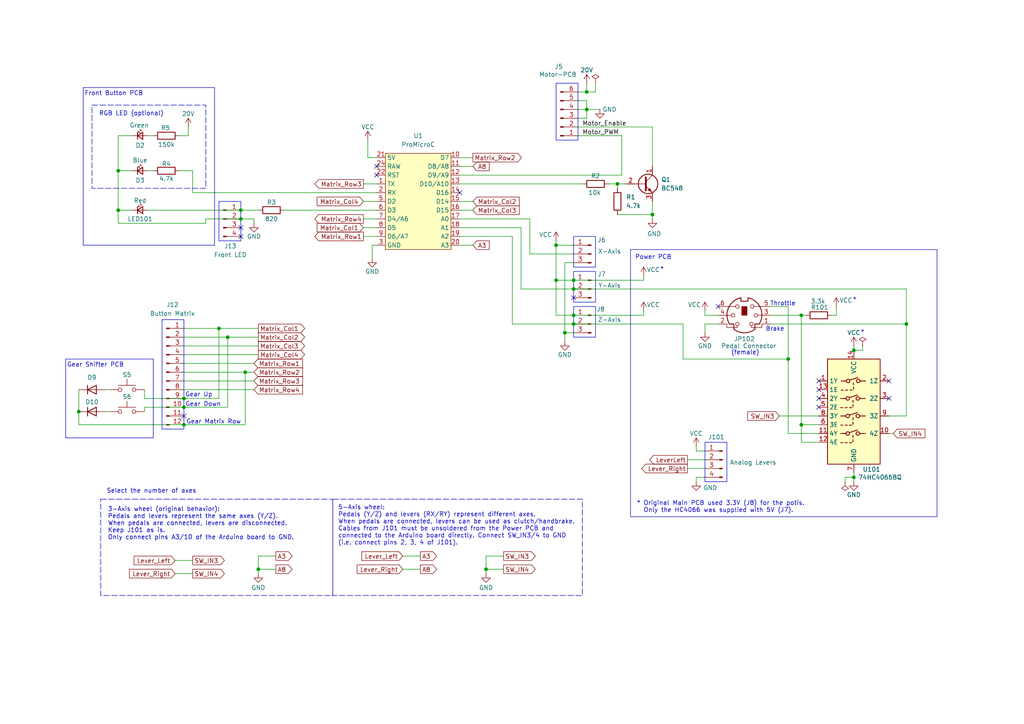
<source format=kicad_sch>
(kicad_sch (version 20250114) (generator "eeschema") (generator_version "9.0")
  (paper "A4")
  (title_block (title "Arduino FFB Racing Wheel") (date "2026-01-08") (company "Tobias Gunkel"))
  (lib_symbols
    (symbol "Connector:Conn_01x03_Pin" (pin_names (offset 1.016) (hide yes))
      (property "Reference" "J" (at 0 5.08 0))
      (property "Value" "Conn_01x03_Pin" (at 0 -5.08 0))
      (symbol "Conn_01x03_Pin_1_1"
        (rectangle (start 0.8636 2.667) (end 0 2.413) (stroke (width 0.1524)) (fill (type outline)))
        (rectangle (start 0.8636 0.127) (end 0 -0.127) (stroke (width 0.1524)) (fill (type outline)))
        (rectangle (start 0.8636 -2.413) (end 0 -2.667) (stroke (width 0.1524)) (fill (type outline)))
        (polyline (pts (xy 1.27 2.54) (xy 0.8636 2.54)) (stroke (width 0.1524)))
        (polyline (pts (xy 1.27 0) (xy 0.8636 0)) (stroke (width 0.1524)))
        (polyline (pts (xy 1.27 -2.54) (xy 0.8636 -2.54)) (stroke (width 0.1524)))
        (pin passive line (at 5.08 2.54 180) (length 3.81) (name "Pin_1") (number "1"))
        (pin passive line (at 5.08 0 180) (length 3.81) (name "Pin_2") (number "2"))
        (pin passive line (at 5.08 -2.54 180) (length 3.81) (name "Pin_3") (number "3"))
      )
    )
    (symbol "Connector:Conn_01x04_Pin" (pin_names (offset 1.016) (hide yes))
      (property "Reference" "J" (at 0 5.08 0))
      (property "Value" "Conn_01x04_Pin" (at 0 -7.62 0))
      (symbol "Conn_01x04_Pin_1_1"
        (rectangle (start 0.8636 2.667) (end 0 2.413) (stroke (width 0.1524)) (fill (type outline)))
        (rectangle (start 0.8636 0.127) (end 0 -0.127) (stroke (width 0.1524)) (fill (type outline)))
        (rectangle (start 0.8636 -2.413) (end 0 -2.667) (stroke (width 0.1524)) (fill (type outline)))
        (rectangle (start 0.8636 -4.953) (end 0 -5.207) (stroke (width 0.1524)) (fill (type outline)))
        (polyline (pts (xy 1.27 2.54) (xy 0.8636 2.54)) (stroke (width 0.1524)))
        (polyline (pts (xy 1.27 0) (xy 0.8636 0)) (stroke (width 0.1524)))
        (polyline (pts (xy 1.27 -2.54) (xy 0.8636 -2.54)) (stroke (width 0.1524)))
        (polyline (pts (xy 1.27 -5.08) (xy 0.8636 -5.08)) (stroke (width 0.1524)))
        (pin passive line (at 5.08 2.54 180) (length 3.81) (name "Pin_1") (number "1"))
        (pin passive line (at 5.08 0 180) (length 3.81) (name "Pin_2") (number "2"))
        (pin passive line (at 5.08 -2.54 180) (length 3.81) (name "Pin_3") (number "3"))
        (pin passive line (at 5.08 -5.08 180) (length 3.81) (name "Pin_4") (number "4"))
      )
    )
    (symbol "Connector:Conn_01x06_Pin" (pin_names (offset 1.016) (hide yes))
      (property "Reference" "J" (at 0 7.62 0))
      (property "Value" "Conn_01x06_Pin" (at 0 -10.16 0))
      (symbol "Conn_01x06_Pin_1_1"
        (rectangle (start 0.8636 5.207) (end 0 4.953) (stroke (width 0.1524)) (fill (type outline)))
        (rectangle (start 0.8636 2.667) (end 0 2.413) (stroke (width 0.1524)) (fill (type outline)))
        (rectangle (start 0.8636 0.127) (end 0 -0.127) (stroke (width 0.1524)) (fill (type outline)))
        (rectangle (start 0.8636 -2.413) (end 0 -2.667) (stroke (width 0.1524)) (fill (type outline)))
        (rectangle (start 0.8636 -4.953) (end 0 -5.207) (stroke (width 0.1524)) (fill (type outline)))
        (rectangle (start 0.8636 -7.493) (end 0 -7.747) (stroke (width 0.1524)) (fill (type outline)))
        (polyline (pts (xy 1.27 5.08) (xy 0.8636 5.08)) (stroke (width 0.1524)))
        (polyline (pts (xy 1.27 2.54) (xy 0.8636 2.54)) (stroke (width 0.1524)))
        (polyline (pts (xy 1.27 0) (xy 0.8636 0)) (stroke (width 0.1524)))
        (polyline (pts (xy 1.27 -2.54) (xy 0.8636 -2.54)) (stroke (width 0.1524)))
        (polyline (pts (xy 1.27 -5.08) (xy 0.8636 -5.08)) (stroke (width 0.1524)))
        (polyline (pts (xy 1.27 -7.62) (xy 0.8636 -7.62)) (stroke (width 0.1524)))
        (pin passive line (at 5.08 5.08 180) (length 3.81) (name "Pin_1") (number "1"))
        (pin passive line (at 5.08 2.54 180) (length 3.81) (name "Pin_2") (number "2"))
        (pin passive line (at 5.08 0 180) (length 3.81) (name "Pin_3") (number "3"))
        (pin passive line (at 5.08 -2.54 180) (length 3.81) (name "Pin_4") (number "4"))
        (pin passive line (at 5.08 -5.08 180) (length 3.81) (name "Pin_5") (number "5"))
        (pin passive line (at 5.08 -7.62 180) (length 3.81) (name "Pin_6") (number "6"))
      )
    )
    (symbol "Connector:Conn_01x12_Pin" (pin_names (offset 1.016) (hide yes))
      (property "Reference" "J" (at 0 15.24 0))
      (property "Value" "Conn_01x12_Pin" (at 0 -17.78 0))
      (symbol "Conn_01x12_Pin_1_1"
        (rectangle (start 0.8636 12.827) (end 0 12.573) (stroke (width 0.1524)) (fill (type outline)))
        (rectangle (start 0.8636 10.287) (end 0 10.033) (stroke (width 0.1524)) (fill (type outline)))
        (rectangle (start 0.8636 7.747) (end 0 7.493) (stroke (width 0.1524)) (fill (type outline)))
        (rectangle (start 0.8636 5.207) (end 0 4.953) (stroke (width 0.1524)) (fill (type outline)))
        (rectangle (start 0.8636 2.667) (end 0 2.413) (stroke (width 0.1524)) (fill (type outline)))
        (rectangle (start 0.8636 0.127) (end 0 -0.127) (stroke (width 0.1524)) (fill (type outline)))
        (rectangle (start 0.8636 -2.413) (end 0 -2.667) (stroke (width 0.1524)) (fill (type outline)))
        (rectangle (start 0.8636 -4.953) (end 0 -5.207) (stroke (width 0.1524)) (fill (type outline)))
        (rectangle (start 0.8636 -7.493) (end 0 -7.747) (stroke (width 0.1524)) (fill (type outline)))
        (rectangle (start 0.8636 -10.033) (end 0 -10.287) (stroke (width 0.1524)) (fill (type outline)))
        (rectangle (start 0.8636 -12.573) (end 0 -12.827) (stroke (width 0.1524)) (fill (type outline)))
        (rectangle (start 0.8636 -15.113) (end 0 -15.367) (stroke (width 0.1524)) (fill (type outline)))
        (polyline (pts (xy 1.27 12.7) (xy 0.8636 12.7)) (stroke (width 0.1524)))
        (polyline (pts (xy 1.27 10.16) (xy 0.8636 10.16)) (stroke (width 0.1524)))
        (polyline (pts (xy 1.27 7.62) (xy 0.8636 7.62)) (stroke (width 0.1524)))
        (polyline (pts (xy 1.27 5.08) (xy 0.8636 5.08)) (stroke (width 0.1524)))
        (polyline (pts (xy 1.27 2.54) (xy 0.8636 2.54)) (stroke (width 0.1524)))
        (polyline (pts (xy 1.27 0) (xy 0.8636 0)) (stroke (width 0.1524)))
        (polyline (pts (xy 1.27 -2.54) (xy 0.8636 -2.54)) (stroke (width 0.1524)))
        (polyline (pts (xy 1.27 -5.08) (xy 0.8636 -5.08)) (stroke (width 0.1524)))
        (polyline (pts (xy 1.27 -7.62) (xy 0.8636 -7.62)) (stroke (width 0.1524)))
        (polyline (pts (xy 1.27 -10.16) (xy 0.8636 -10.16)) (stroke (width 0.1524)))
        (polyline (pts (xy 1.27 -12.7) (xy 0.8636 -12.7)) (stroke (width 0.1524)))
        (polyline (pts (xy 1.27 -15.24) (xy 0.8636 -15.24)) (stroke (width 0.1524)))
        (pin passive line (at 5.08 12.7 180) (length 3.81) (name "Pin_1") (number "1"))
        (pin passive line (at 5.08 10.16 180) (length 3.81) (name "Pin_2") (number "2"))
        (pin passive line (at 5.08 7.62 180) (length 3.81) (name "Pin_3") (number "3"))
        (pin passive line (at 5.08 5.08 180) (length 3.81) (name "Pin_4") (number "4"))
        (pin passive line (at 5.08 2.54 180) (length 3.81) (name "Pin_5") (number "5"))
        (pin passive line (at 5.08 0 180) (length 3.81) (name "Pin_6") (number "6"))
        (pin passive line (at 5.08 -2.54 180) (length 3.81) (name "Pin_7") (number "7"))
        (pin passive line (at 5.08 -5.08 180) (length 3.81) (name "Pin_8") (number "8"))
        (pin passive line (at 5.08 -7.62 180) (length 3.81) (name "Pin_9") (number "9"))
        (pin passive line (at 5.08 -10.16 180) (length 3.81) (name "Pin_10") (number "10"))
        (pin passive line (at 5.08 -12.7 180) (length 3.81) (name "Pin_11") (number "11"))
        (pin passive line (at 5.08 -15.24 180) (length 3.81) (name "Pin_12") (number "12"))
      )
    )
    (symbol "Connector:Mini-DIN-6" (pin_names (offset 1.016))
      (property "Reference" "J" (at 0 6.35 0))
      (property "Value" "Mini-DIN-6" (at 0 -6.35 0))
      (symbol "Mini-DIN-6_0_1"
        (polyline (pts (xy -4.318 -2.54) (xy -3.048 -2.54) (xy -3.048 -4.064)) (stroke (width 0.254)))
        (polyline (pts (xy -3.81 0) (xy -5.08 0)))
        (circle (center -3.302 0) (radius 0.508))
        (polyline (pts (xy -2.54 2.54) (xy -5.08 2.54)))
        (circle (center -2.032 2.54) (radius 0.508))
        (circle (center -2.032 -2.54) (radius 0.508))
        (polyline (pts (xy -2.032 -3.048) (xy -2.032 -3.556) (xy -5.08 -3.556) (xy -5.08 -2.54)))
        (polyline (pts (xy -1.016 5.08) (xy -1.016 4.064) (xy 1.016 4.064) (xy 1.016 5.08)) (stroke (width 0.254)))
        (rectangle (start -0.762 2.54) (end 0.762 0) (fill (type outline)))
        (arc (start 3.048 -4.064) (mid 0 -5.08) (end -3.048 -4.064) (stroke (width 0.254)))
        (arc (start 1.016 5.08) (mid 4.6646 2.1356) (end 4.318 -2.54) (stroke (width 0.254)))
        (arc (start -4.318 -2.54) (mid -4.6241 2.1181) (end -1.016 5.08) (stroke (width 0.254)))
        (circle (center 2.032 -2.54) (radius 0.508))
        (polyline (pts (xy 2.032 -3.048) (xy 2.032 -3.556) (xy 5.08 -3.556) (xy 5.08 -2.54)))
        (circle (center 2.286 2.54) (radius 0.508))
        (polyline (pts (xy 2.794 2.54) (xy 5.08 2.54)))
        (circle (center 3.302 0) (radius 0.508))
        (polyline (pts (xy 4.318 -2.54) (xy 3.048 -2.54) (xy 3.048 -4.064)) (stroke (width 0.254)))
        (polyline (pts (xy 5.08 0) (xy 3.81 0)))
      )
      (symbol "Mini-DIN-6_1_1"
        (pin passive line (at -7.62 2.54 0) (length 2.54) (name "~") (number "6"))
        (pin passive line (at -7.62 0 0) (length 2.54) (name "~") (number "4"))
        (pin passive line (at -7.62 -2.54 0) (length 2.54) (name "~") (number "2"))
        (pin passive line (at 7.62 2.54 180) (length 2.54) (name "~") (number "5"))
        (pin passive line (at 7.62 0 180) (length 2.54) (name "~") (number "3"))
        (pin passive line (at 7.62 -2.54 180) (length 2.54) (name "~") (number "1"))
      )
    )
    (symbol "Device:D" (pin_numbers (hide yes)) (pin_names (offset 1.016) (hide yes))
      (property "Reference" "D" (at 0 2.54 0))
      (property "Value" "D" (at 0 -2.54 0))
      (symbol "D_0_1"
        (polyline (pts (xy -1.27 1.27) (xy -1.27 -1.27)) (stroke (width 0.254)))
        (polyline (pts (xy 1.27 1.27) (xy 1.27 -1.27) (xy -1.27 0) (xy 1.27 1.27)) (stroke (width 0.254)))
        (polyline (pts (xy 1.27 0) (xy -1.27 0)))
      )
      (symbol "D_1_1"
        (pin passive line (at -3.81 0 0) (length 2.54) (name "K") (number "1"))
        (pin passive line (at 3.81 0 180) (length 2.54) (name "A") (number "2"))
      )
    )
    (symbol "Device:R" (pin_numbers (hide yes)) (pin_names (offset 0))
      (property "Reference" "R" (at 2.032 0 90))
      (property "Value" "R" (at 0 0 90))
      (symbol "R_0_1"
        (rectangle (start -1.016 -2.54) (end 1.016 2.54) (stroke (width 0.254)))
      )
      (symbol "R_1_1"
        (pin passive line (at 0 3.81 270) (length 1.27) (name "~") (number "1"))
        (pin passive line (at 0 -3.81 90) (length 1.27) (name "~") (number "2"))
      )
    )
    (symbol "PCM_SparkFun-Board:ProMicroC"
      (property "Reference" "U" (at 1.27 0 0))
      (property "Value" "ProMicroC" (at 15.24 0 0))
      (symbol "ProMicroC_1_1"
        (rectangle (start 0 -1.27) (end 19.05 -29.21) (fill (type background)))
        (pin input line (at -2.54 -2.54 0) (length 2.54) (name "5V") (number "21"))
        (pin input line (at -2.54 -5.08 0) (length 2.54) (name "RAW") (number "24"))
        (pin input line (at -2.54 -7.62 0) (length 2.54) (name "RST") (number "22"))
        (pin input line (at -2.54 -10.16 0) (length 2.54) (name "TX") (number "1"))
        (pin input line (at -2.54 -12.7 0) (length 2.54) (name "RX") (number "2"))
        (pin input line (at -2.54 -15.24 0) (length 2.54) (name "D2") (number "5"))
        (pin input line (at -2.54 -17.78 0) (length 2.54) (name "D3") (number "6"))
        (pin input line (at -2.54 -20.32 0) (length 2.54) (name "D4/A6") (number "7"))
        (pin input line (at -2.54 -22.86 0) (length 2.54) (name "D5") (number "8"))
        (pin input line (at -2.54 -25.4 0) (length 2.54) (name "D6/A7") (number "9"))
        (pin input line (at -2.54 -27.94 0) (length 2.54) (hide yes) (name "GND") (number "23"))
        (pin input line (at -2.54 -27.94 0) (length 2.54) (name "GND") (number "3"))
        (pin input line (at -2.54 -27.94 0) (length 2.54) (hide yes) (name "GND") (number "4"))
        (pin input line (at 21.59 -2.54 180) (length 2.54) (name "D7") (number "10"))
        (pin input line (at 21.59 -5.08 180) (length 2.54) (name "D8/A8") (number "11"))
        (pin input line (at 21.59 -7.62 180) (length 2.54) (name "D9/A9") (number "12"))
        (pin input line (at 21.59 -10.16 180) (length 2.54) (name "D10/A10") (number "13"))
        (pin input line (at 21.59 -12.7 180) (length 2.54) (name "D16") (number "14"))
        (pin input line (at 21.59 -15.24 180) (length 2.54) (name "D14") (number "15"))
        (pin input line (at 21.59 -17.78 180) (length 2.54) (name "D15") (number "16"))
        (pin input line (at 21.59 -20.32 180) (length 2.54) (name "A0") (number "17"))
        (pin input line (at 21.59 -22.86 180) (length 2.54) (name "A1") (number "18"))
        (pin input line (at 21.59 -25.4 180) (length 2.54) (name "A2") (number "19"))
        (pin input line (at 21.59 -27.94 180) (length 2.54) (name "A3") (number "20"))
      )
    )
    (symbol "PCM_SparkFun-IC-Logic:74HC4066BQ"
      (property "Reference" "U" (at -7.62 15.24 0))
      (property "Value" "74HC4066BQ" (at 2.032 15.24 0))
      (symbol "74HC4066BQ_0_1"
        (rectangle (start -7.62 13.97) (end 7.62 -16.51) (stroke (width 0.254)) (fill (type background)))
        (polyline (pts (xy -3.81 2.54) (xy -2.286 2.54)) (stroke (width 0.254)))
        (polyline (pts (xy -3.81 -2.54) (xy -2.286 -2.54)) (stroke (width 0.254)))
        (polyline (pts (xy -3.81 -7.62) (xy -2.286 -7.62)) (stroke (width 0.254)))
        (polyline (pts (xy -3.683 7.62) (xy -2.159 7.62)) (stroke (width 0.254)))
        (polyline (pts (xy -3.175 -0.127) (xy -3.81 -0.127)) (stroke (width 0.254)))
        (polyline (pts (xy -3.175 -5.207) (xy -3.81 -5.207)) (stroke (width 0.254)))
        (polyline (pts (xy -3.175 -10.287) (xy -3.81 -10.287)) (stroke (width 0.254)))
        (polyline (pts (xy -3.048 4.953) (xy -3.683 4.953)) (stroke (width 0.254)))
        (polyline (pts (xy -1.905 -0.127) (xy -2.54 -0.127)) (stroke (width 0.254)))
        (polyline (pts (xy -1.905 -5.207) (xy -2.54 -5.207)) (stroke (width 0.254)))
        (polyline (pts (xy -1.905 -10.287) (xy -2.54 -10.287)) (stroke (width 0.254)))
        (polyline (pts (xy -1.778 4.953) (xy -2.413 4.953)) (stroke (width 0.254)))
        (circle (center -1.778 2.54) (radius 0.508) (stroke (width 0.254)))
        (circle (center -1.778 -2.54) (radius 0.508) (stroke (width 0.254)))
        (circle (center -1.778 -7.62) (radius 0.508) (stroke (width 0.254)))
        (circle (center -1.651 7.62) (radius 0.508) (stroke (width 0.254)))
        (polyline (pts (xy -1.27 2.794) (xy 1.016 3.556)) (stroke (width 0.254)))
        (polyline (pts (xy -1.27 -2.286) (xy 1.016 -1.524)) (stroke (width 0.254)))
        (polyline (pts (xy -1.27 -7.366) (xy 1.016 -6.604)) (stroke (width 0.254)))
        (polyline (pts (xy -1.143 7.874) (xy 1.143 8.636)) (stroke (width 0.254)))
        (polyline (pts (xy -0.635 -0.127) (xy -1.27 -0.127)) (stroke (width 0.254)))
        (polyline (pts (xy -0.635 -5.207) (xy -1.27 -5.207)) (stroke (width 0.254)))
        (polyline (pts (xy -0.635 -10.287) (xy -1.27 -10.287)) (stroke (width 0.254)))
        (polyline (pts (xy -0.508 4.953) (xy -1.143 4.953)) (stroke (width 0.254)))
        (polyline (pts (xy -0.254 1.397) (xy -0.254 2.032)) (stroke (width 0.254)))
        (polyline (pts (xy -0.254 0.127) (xy -0.254 0.762)) (stroke (width 0.254)))
        (polyline (pts (xy -0.254 -3.683) (xy -0.254 -3.048)) (stroke (width 0.254)))
        (polyline (pts (xy -0.254 -4.953) (xy -0.254 -4.318)) (stroke (width 0.254)))
        (polyline (pts (xy -0.254 -8.763) (xy -0.254 -8.128)) (stroke (width 0.254)))
        (polyline (pts (xy -0.254 -10.033) (xy -0.254 -9.398)) (stroke (width 0.254)))
        (polyline (pts (xy -0.127 6.477) (xy -0.127 7.112)) (stroke (width 0.254)))
        (polyline (pts (xy -0.127 5.207) (xy -0.127 5.842)) (stroke (width 0.254)))
        (circle (center 1.143 2.54) (radius 0.508) (stroke (width 0.254)))
        (circle (center 1.143 -2.54) (radius 0.508) (stroke (width 0.254)))
        (circle (center 1.143 -7.62) (radius 0.508) (stroke (width 0.254)))
        (circle (center 1.27 7.62) (radius 0.508) (stroke (width 0.254)))
        (polyline (pts (xy 1.778 2.54) (xy 3.302 2.54)) (stroke (width 0.254)))
        (polyline (pts (xy 1.778 -2.54) (xy 3.302 -2.54)) (stroke (width 0.254)))
        (polyline (pts (xy 1.778 -7.62) (xy 3.302 -7.62)) (stroke (width 0.254)))
        (polyline (pts (xy 1.905 7.62) (xy 3.429 7.62)) (stroke (width 0.254)))
      )
      (symbol "74HC4066BQ_1_0"
        (pin no_connect line (at 10.16 -12.7 180) (length 2.54) (hide yes) (name "EP") (number "EP"))
      )
      (symbol "74HC4066BQ_1_1"
        (pin bidirectional line (at -10.16 7.62 0) (length 2.54) (name "1Y") (number "1"))
        (pin input line (at -10.16 5.08 0) (length 2.54) (name "1E") (number "13"))
        (pin bidirectional line (at -10.16 2.54 0) (length 2.54) (name "2Y") (number "4"))
        (pin input line (at -10.16 0 0) (length 2.54) (name "2E") (number "5"))
        (pin bidirectional line (at -10.16 -2.54 0) (length 2.54) (name "3Y") (number "8"))
        (pin input line (at -10.16 -5.08 0) (length 2.54) (name "3E") (number "6"))
        (pin bidirectional line (at -10.16 -7.62 0) (length 2.54) (name "4Y") (number "11"))
        (pin input line (at -10.16 -10.16 0) (length 2.54) (name "4E") (number "12"))
        (pin power_in line (at 0 16.51 270) (length 2.54) (name "VCC") (number "14"))
        (pin power_in line (at 0 -19.05 90) (length 2.54) (name "GND") (number "7"))
        (pin bidirectional line (at 10.16 7.62 180) (length 2.54) (name "1Z") (number "2"))
        (pin bidirectional line (at 10.16 2.54 180) (length 2.54) (name "2Z") (number "3"))
        (pin bidirectional line (at 10.16 -2.54 180) (length 2.54) (name "3Z") (number "9"))
        (pin bidirectional line (at 10.16 -7.62 180) (length 2.54) (name "4Z") (number "10"))
      )
    )
    (symbol "PCM_SparkFun-LED:LED_Blue_1206" (pin_numbers (hide yes)) (pin_names (offset 1.016) (hide yes))
      (property "Reference" "D" (at 0 2.54 0))
      (property "Value" "Blue" (at 0 -2.54 0))
      (symbol "LED_Blue_1206_0_1"
        (polyline (pts (xy -0.762 -1.016) (xy -0.762 1.016)) (stroke (width 0.254)))
        (polyline (pts (xy 0 0.762) (xy -0.508 1.27) (xy -0.254 1.27) (xy -0.508 1.27) (xy -0.508 1.016)))
        (polyline (pts (xy 0.508 1.27) (xy 0 1.778) (xy 0.254 1.778) (xy 0 1.778) (xy 0 1.524)))
        (polyline (pts (xy 0.762 -1.016) (xy -0.762 0) (xy 0.762 1.016) (xy 0.762 -1.016)) (stroke (width 0.254)))
        (polyline (pts (xy 1.016 0) (xy -0.762 0)))
      )
      (symbol "LED_Blue_1206_1_1"
        (pin passive line (at -2.54 0 0) (length 1.778) (name "K") (number "1"))
        (pin passive line (at 2.54 0 180) (length 1.778) (name "A") (number "2"))
      )
    )
    (symbol "PCM_SparkFun-LED:LED_Red_1206" (pin_numbers (hide yes)) (pin_names (offset 1.016) (hide yes))
      (property "Reference" "D" (at 0 2.54 0))
      (property "Value" "Red" (at 0 -2.54 0))
      (symbol "LED_Red_1206_0_1"
        (polyline (pts (xy -0.762 -1.016) (xy -0.762 1.016)) (stroke (width 0.254)))
        (polyline (pts (xy 0 0.762) (xy -0.508 1.27) (xy -0.254 1.27) (xy -0.508 1.27) (xy -0.508 1.016)))
        (polyline (pts (xy 0.508 1.27) (xy 0 1.778) (xy 0.254 1.778) (xy 0 1.778) (xy 0 1.524)))
        (polyline (pts (xy 0.762 -1.016) (xy -0.762 0) (xy 0.762 1.016) (xy 0.762 -1.016)) (stroke (width 0.254)))
        (polyline (pts (xy 1.016 0) (xy -0.762 0)))
      )
      (symbol "LED_Red_1206_1_1"
        (pin passive line (at -2.54 0 0) (length 1.778) (name "K") (number "1"))
        (pin passive line (at 2.54 0 180) (length 1.778) (name "A") (number "2"))
      )
    )
    (symbol "PCM_SparkFun-PowerSymbol:12V" (power) (pin_names (offset 0))
      (property "Value" "12V" (at 0 3.81 0))
      (symbol "12V_0_1"
        (polyline (pts (xy -0.762 1.27) (xy 0 2.54)))
        (polyline (pts (xy 0 2.54) (xy 0.762 1.27)))
        (polyline (pts (xy 0 0) (xy 0 2.54)))
      )
      (symbol "12V_1_1"
        (pin power_in line (at 0 0 90) (length 0) (hide yes) (name "12V") (number "1"))
      )
    )
    (symbol "PCM_SparkFun-PowerSymbol:GND" (power) (pin_names (offset 0))
      (property "Value" "GND" (at 0 -3.81 0))
      (symbol "GND_0_1"
        (polyline (pts (xy 0 0) (xy 0 -1.27) (xy 1.27 -1.27) (xy 0 -2.54) (xy -1.27 -1.27) (xy 0 -1.27)))
      )
      (symbol "GND_1_1"
        (pin power_in line (at 0 0 270) (length 0) (hide yes) (name "GND") (number "1"))
      )
    )
    (symbol "PCM_SparkFun-PowerSymbol:VCC" (power) (pin_names (offset 0))
      (property "Value" "VCC" (at 0 3.81 0))
      (symbol "VCC_0_1"
        (polyline (pts (xy -0.762 1.27) (xy 0 2.54)))
        (polyline (pts (xy 0 2.54) (xy 0.762 1.27)))
        (polyline (pts (xy 0 0) (xy 0 2.54)))
      )
      (symbol "VCC_1_1"
        (pin power_in line (at 0 0 90) (length 0) (hide yes) (name "VCC") (number "1"))
      )
    )
    (symbol "Switch:SW_Push" (pin_numbers (hide yes)) (pin_names (offset 1.016) (hide yes))
      (property "Reference" "SW" (at 1.27 2.54 0))
      (property "Value" "SW_Push" (at 0 -1.524 0))
      (symbol "SW_Push_0_1"
        (circle (center -2.032 0) (radius 0.508))
        (polyline (pts (xy 0 1.27) (xy 0 3.048)))
        (circle (center 2.032 0) (radius 0.508))
        (polyline (pts (xy 2.54 1.27) (xy -2.54 1.27)))
        (pin passive line (at -5.08 0 0) (length 2.54) (name "1") (number "1"))
        (pin passive line (at 5.08 0 180) (length 2.54) (name "2") (number "2"))
      )
    )
    (symbol "Transistor_BJT:BC548" (pin_names (offset 0) (hide yes))
      (property "Reference" "Q" (at 5.08 1.905 0))
      (property "Value" "BC548" (at 5.08 0 0))
      (symbol "BC548_0_1"
        (polyline (pts (xy -2.54 0) (xy 0.635 0)))
        (polyline (pts (xy 0.635 1.905) (xy 0.635 -1.905)) (stroke (width 0.508)))
        (circle (center 1.27 0) (radius 2.8194) (stroke (width 0.254)))
      )
      (symbol "BC548_1_1"
        (polyline (pts (xy 0.635 0.635) (xy 2.54 2.54)))
        (polyline (pts (xy 0.635 -0.635) (xy 2.54 -2.54)))
        (polyline (pts (xy 1.27 -1.778) (xy 1.778 -1.27) (xy 2.286 -2.286) (xy 1.27 -1.778)) (fill (type outline)))
        (pin input line (at -5.08 0 0) (length 2.54) (name "B") (number "2"))
        (pin passive line (at 2.54 5.08 270) (length 2.54) (name "C") (number "1"))
        (pin passive line (at 2.54 -5.08 90) (length 2.54) (name "E") (number "3"))
      )
    )
    (symbol "power:PWR_FLAG" (power) (pin_numbers (hide yes)) (pin_names (offset 0) (hide yes))
      (property "Value" "PWR_FLAG" (at 0 3.81 0))
      (symbol "PWR_FLAG_0_0"
        (pin power_out line (at 0 0 90) (length 0) (name "~") (number "1"))
      )
      (symbol "PWR_FLAG_0_1"
        (polyline (pts (xy 0 0) (xy 0 1.27) (xy -1.016 1.905) (xy 0 2.54) (xy 1.016 1.905) (xy 0 1.27)))
      )
    )
  )
  (rectangle (start 172.72 88.9) (end 166.37 97.79))
  (rectangle (start 63.5 58.42) (end 69.85 69.85))
  (rectangle (start 182.88 72.39) (end 271.78 149.86))
  (rectangle (start 172.72 78.74) (end 166.37 87.63))
  (rectangle (start 24.13 25.4) (end 62.23 71.12))
  (rectangle (start 210.82 128.27) (end 204.47 139.7))
  (rectangle (start 19.05 104.14) (end 44.45 127))
  (rectangle (start 172.72 68.58) (end 166.37 77.47))
  (rectangle (start 96.52 144.78) (end 168.91 172.72) (stroke (width 0) (type dash)))
  (rectangle (start 46.99 92.71) (end 53.34 124.46))
  (rectangle (start 29.21 144.78) (end 96.52 172.72) (stroke (width 0) (type dash)))
  (rectangle (start 26.67 30.48) (end 59.69 54.61) (stroke (width 0) (type dash)))
  (rectangle (start 161.29 24.13) (end 167.64 40.64))
  (text "Throttle" (at 227.076 88.138 0) (effects (font (size 1.27 1.27))))
  (text "Gear Down" (at 58.928 117.348 0) (effects (font (size 1.27 1.27))))
  (text "Brake" (at 224.79 95.504 0) (effects (font (size 1.27 1.27))))
  (text "Front Button PCB" (at 33.02 27.178 0) (effects (font (size 1.27 1.27))))
  (text "RGB LED (optional)" (at 38.1 33.02 0) (effects (font (size 1.27 1.27))))
  (text "Gear Shifter PCB" (at 27.686 105.918 0) (effects (font (size 1.27 1.27))))
  (text "5-Axis wheel:\nPedals (Y/Z) and levers (RX/RY) represent different axes.\nWhen pedals are connected, levers can be used as clutch/handbrake.\nCables from J101 must be unsoldered from the Power PCB and\nconnected to the Arduino board directly. Connect SW_IN3/4 to GND\n(i.e. connect pins 2, 3, 4 of J101)." (at 98.044 152.4 0) (effects (font (size 1.27 1.27)) (justify left)))
  (text "Select the number of axes" (at 43.942 142.494 0) (effects (font (size 1.27 1.27))))
  (text "*" (at 192.024 78.232 0) (effects (font (size 1.27 1.27))))
  (text "3-Axis wheel (original behavior):\nPedals and levers represent the same axes (Y/Z).\nWhen pedals are connected, levers are disconnected.\nKeep J101 as is.\nOnly connect pins A3/10 of the Arduino board to GND." (at 31.242 151.892 0) (effects (font (size 1.27 1.27) (thickness 0.1588)) (justify left)))
  (text "Gear Up" (at 57.658 114.554 0) (effects (font (size 1.27 1.27))))
  (text "*" (at 247.904 87.122 0) (effects (font (size 1.27 1.27))))
  (text "* Original Main PCB used 3.3V (J8) for the potis.\n  Only the HC4066 was supplied with 5V (J7)." (at 184.658 147.066 0) (effects (font (size 1.27 1.27)) (justify left)))
  (text "(female)" (at 216.154 102.362 0) (effects (font (size 1.27 1.27))))
  (text "Power PCB" (at 189.484 74.676 0) (effects (font (size 1.27 1.27))))
  (text "*" (at 250.19 96.52 0) (effects (font (size 1.27 1.27))))
  (text "Gear Matrix Row" (at 61.976 122.428 0) (effects (font (size 1.27 1.27))))
  (junction (at 163.83 96.52))
  (junction (at 53.34 115.57))
  (junction (at 232.41 123.19))
  (junction (at 140.97 165.1))
  (junction (at 189.23 62.23))
  (junction (at 166.37 81.28))
  (junction (at 34.29 60.96))
  (junction (at 63.5 95.25))
  (junction (at 166.37 91.44))
  (junction (at 247.65 101.6))
  (junction (at 53.34 118.11))
  (junction (at 262.89 93.98))
  (junction (at 161.29 81.28))
  (junction (at 232.41 91.44))
  (junction (at 228.6 104.14))
  (junction (at 166.37 83.82))
  (junction (at 53.34 123.19))
  (junction (at 66.04 97.79))
  (junction (at 69.85 60.96))
  (junction (at 74.93 165.1))
  (junction (at 34.29 49.53))
  (junction (at 22.86 119.38))
  (junction (at 179.07 53.34))
  (junction (at 170.18 31.75))
  (junction (at 161.29 71.12))
  (junction (at 71.12 107.95))
  (junction (at 170.18 26.67))
  (junction (at 166.37 93.98))
  (junction (at 69.85 63.5))
  (junction (at 247.65 138.43))
  (no_connect (at 69.85 68.58))
  (no_connect (at 69.85 66.04))
  (no_connect (at 208.28 88.9))
  (no_connect (at 237.49 118.11))
  (no_connect (at 237.49 110.49))
  (no_connect (at 109.22 50.8))
  (no_connect (at 237.49 113.03))
  (no_connect (at 166.37 86.36))
  (no_connect (at 257.81 110.49))
  (no_connect (at 133.35 55.88))
  (no_connect (at 109.22 48.26))
  (no_connect (at 237.49 115.57))
  (no_connect (at 257.81 115.57))
  (no_connect (at 53.34 120.65))
  (wire (pts (xy 133.35 66.04) (xy 151.13 66.04)))
  (wire (pts (xy 161.29 69.85) (xy 161.29 71.12)))
  (wire (pts (xy 52.07 39.37) (xy 54.61 39.37)))
  (wire (pts (xy 201.93 138.43) (xy 204.47 138.43)))
  (wire (pts (xy 250.19 100.33) (xy 250.19 101.6)))
  (wire (pts (xy 237.49 125.73) (xy 228.6 125.73)))
  (wire (pts (xy 223.52 93.98) (xy 262.89 93.98)))
  (wire (pts (xy 30.48 113.03) (xy 31.75 113.03)))
  (wire (pts (xy 247.65 138.43) (xy 247.65 137.16)))
  (wire (pts (xy 22.86 119.38) (xy 22.86 123.19)))
  (wire (pts (xy 53.34 118.11) (xy 66.04 118.11)))
  (wire (pts (xy 53.34 107.95) (xy 71.12 107.95)))
  (wire (pts (xy 105.41 66.04) (xy 109.22 66.04)))
  (wire (pts (xy 226.06 120.65) (xy 237.49 120.65)))
  (wire (pts (xy 198.12 104.14) (xy 198.12 93.98)))
  (wire (pts (xy 55.88 55.88) (xy 109.22 55.88)))
  (wire (pts (xy 186.69 91.44) (xy 166.37 91.44)))
  (wire (pts (xy 106.68 40.64) (xy 106.68 45.72)))
  (wire (pts (xy 105.41 63.5) (xy 109.22 63.5)))
  (wire (pts (xy 53.34 100.33) (xy 74.93 100.33)))
  (wire (pts (xy 63.5 115.57) (xy 63.5 95.25)))
  (wire (pts (xy 170.18 29.21) (xy 167.64 29.21)))
  (wire (pts (xy 146.05 165.1) (xy 140.97 165.1)))
  (wire (pts (xy 247.65 101.6) (xy 250.19 101.6)))
  (wire (pts (xy 22.86 123.19) (xy 53.34 123.19)))
  (wire (pts (xy 153.67 63.5) (xy 133.35 63.5)))
  (wire (pts (xy 232.41 128.27) (xy 237.49 128.27)))
  (wire (pts (xy 237.49 123.19) (xy 232.41 123.19)))
  (wire (pts (xy 163.83 76.2) (xy 163.83 96.52)))
  (wire (pts (xy 38.1 49.53) (xy 34.29 49.53)))
  (wire (pts (xy 59.69 63.5) (xy 69.85 63.5)))
  (wire (pts (xy 161.29 81.28) (xy 161.29 91.44)))
  (wire (pts (xy 53.34 115.57) (xy 63.5 115.57)))
  (wire (pts (xy 262.89 120.65) (xy 257.81 120.65)))
  (wire (pts (xy 148.59 68.58) (xy 148.59 93.98)))
  (wire (pts (xy 71.12 123.19) (xy 71.12 107.95)))
  (wire (pts (xy 74.93 165.1) (xy 80.01 165.1)))
  (wire (pts (xy 34.29 64.77) (xy 59.69 64.77)))
  (wire (pts (xy 186.69 90.17) (xy 186.69 91.44)))
  (wire (pts (xy 166.37 71.12) (xy 161.29 71.12)))
  (wire (pts (xy 245.11 138.43) (xy 247.65 138.43)))
  (wire (pts (xy 151.13 66.04) (xy 151.13 83.82)))
  (wire (pts (xy 167.64 39.37) (xy 180.34 39.37)))
  (wire (pts (xy 223.52 88.9) (xy 228.6 88.9)))
  (wire (pts (xy 140.97 165.1) (xy 140.97 166.37)))
  (wire (pts (xy 82.55 60.96) (xy 109.22 60.96)))
  (wire (pts (xy 242.57 91.44) (xy 241.3 91.44)))
  (wire (pts (xy 43.18 49.53) (xy 44.45 49.53)))
  (wire (pts (xy 163.83 96.52) (xy 163.83 99.06)))
  (wire (pts (xy 262.89 83.82) (xy 262.89 93.98)))
  (wire (pts (xy 170.18 24.13) (xy 170.18 26.67)))
  (wire (pts (xy 189.23 36.83) (xy 189.23 48.26)))
  (wire (pts (xy 53.34 95.25) (xy 63.5 95.25)))
  (wire (pts (xy 43.18 39.37) (xy 44.45 39.37)))
  (wire (pts (xy 34.29 39.37) (xy 34.29 49.53)))
  (wire (pts (xy 199.39 133.35) (xy 204.47 133.35)))
  (wire (pts (xy 54.61 36.83) (xy 54.61 39.37)))
  (wire (pts (xy 176.53 53.34) (xy 179.07 53.34)))
  (wire (pts (xy 53.34 97.79) (xy 66.04 97.79)))
  (wire (pts (xy 242.57 88.9) (xy 242.57 91.44)))
  (wire (pts (xy 53.34 102.87) (xy 74.93 102.87)))
  (wire (pts (xy 53.34 110.49) (xy 73.66 110.49)))
  (wire (pts (xy 198.12 104.14) (xy 228.6 104.14)))
  (wire (pts (xy 262.89 93.98) (xy 262.89 120.65)))
  (wire (pts (xy 228.6 104.14) (xy 228.6 125.73)))
  (wire (pts (xy 43.18 60.96) (xy 69.85 60.96)))
  (wire (pts (xy 257.81 125.73) (xy 259.08 125.73)))
  (wire (pts (xy 232.41 91.44) (xy 232.41 123.19)))
  (wire (pts (xy 30.48 119.38) (xy 31.75 119.38)))
  (wire (pts (xy 179.07 53.34) (xy 179.07 54.61)))
  (wire (pts (xy 170.18 31.75) (xy 170.18 29.21)))
  (wire (pts (xy 153.67 73.66) (xy 166.37 73.66)))
  (wire (pts (xy 140.97 161.29) (xy 140.97 165.1)))
  (wire (pts (xy 262.89 83.82) (xy 166.37 83.82)))
  (wire (pts (xy 151.13 83.82) (xy 166.37 83.82)))
  (wire (pts (xy 179.07 53.34) (xy 181.61 53.34)))
  (wire (pts (xy 199.39 135.89) (xy 204.47 135.89)))
  (wire (pts (xy 55.88 49.53) (xy 55.88 55.88)))
  (wire (pts (xy 146.05 161.29) (xy 140.97 161.29)))
  (wire (pts (xy 107.95 71.12) (xy 109.22 71.12)))
  (wire (pts (xy 106.68 45.72) (xy 109.22 45.72)))
  (wire (pts (xy 105.41 58.42) (xy 109.22 58.42)))
  (wire (pts (xy 170.18 26.67) (xy 167.64 26.67)))
  (wire (pts (xy 69.85 60.96) (xy 74.93 60.96)))
  (wire (pts (xy 74.93 165.1) (xy 74.93 166.37)))
  (wire (pts (xy 180.34 39.37) (xy 180.34 50.8)))
  (wire (pts (xy 167.64 36.83) (xy 189.23 36.83)))
  (wire (pts (xy 189.23 58.42) (xy 189.23 62.23)))
  (wire (pts (xy 71.12 107.95) (xy 73.66 107.95)))
  (wire (pts (xy 133.35 45.72) (xy 137.16 45.72)))
  (wire (pts (xy 204.47 93.98) (xy 204.47 96.52)))
  (wire (pts (xy 34.29 39.37) (xy 38.1 39.37)))
  (wire (pts (xy 105.41 68.58) (xy 109.22 68.58)))
  (wire (pts (xy 232.41 91.44) (xy 223.52 91.44)))
  (wire (pts (xy 179.07 62.23) (xy 189.23 62.23)))
  (wire (pts (xy 201.93 130.81) (xy 204.47 130.81)))
  (wire (pts (xy 74.93 161.29) (xy 74.93 165.1)))
  (wire (pts (xy 73.66 63.5) (xy 73.66 64.77)))
  (wire (pts (xy 121.92 165.1) (xy 116.84 165.1)))
  (wire (pts (xy 166.37 81.28) (xy 186.69 81.28)))
  (wire (pts (xy 167.64 31.75) (xy 170.18 31.75)))
  (wire (pts (xy 66.04 118.11) (xy 66.04 97.79)))
  (wire (pts (xy 166.37 76.2) (xy 163.83 76.2)))
  (wire (pts (xy 41.91 115.57) (xy 53.34 115.57)))
  (wire (pts (xy 133.35 50.8) (xy 180.34 50.8)))
  (wire (pts (xy 170.18 26.67) (xy 172.72 26.67)))
  (wire (pts (xy 133.35 71.12) (xy 137.16 71.12)))
  (wire (pts (xy 133.35 60.96) (xy 137.16 60.96)))
  (wire (pts (xy 69.85 63.5) (xy 73.66 63.5)))
  (wire (pts (xy 204.47 91.44) (xy 204.47 90.17)))
  (wire (pts (xy 201.93 138.43) (xy 201.93 139.7)))
  (wire (pts (xy 166.37 91.44) (xy 161.29 91.44)))
  (wire (pts (xy 170.18 31.75) (xy 173.99 31.75)))
  (wire (pts (xy 34.29 60.96) (xy 38.1 60.96)))
  (wire (pts (xy 204.47 93.98) (xy 208.28 93.98)))
  (wire (pts (xy 55.88 166.37) (xy 50.8 166.37)))
  (wire (pts (xy 121.92 161.29) (xy 116.84 161.29)))
  (wire (pts (xy 172.72 24.13) (xy 172.72 26.67)))
  (wire (pts (xy 22.86 113.03) (xy 22.86 119.38)))
  (wire (pts (xy 133.35 48.26) (xy 137.16 48.26)))
  (wire (pts (xy 166.37 93.98) (xy 198.12 93.98)))
  (wire (pts (xy 34.29 60.96) (xy 34.29 64.77)))
  (wire (pts (xy 41.91 119.38) (xy 41.91 118.11)))
  (wire (pts (xy 161.29 81.28) (xy 166.37 81.28)))
  (wire (pts (xy 166.37 96.52) (xy 163.83 96.52)))
  (wire (pts (xy 167.64 34.29) (xy 170.18 34.29)))
  (wire (pts (xy 53.34 113.03) (xy 73.66 113.03)))
  (wire (pts (xy 189.23 63.5) (xy 189.23 62.23)))
  (wire (pts (xy 55.88 162.56) (xy 50.8 162.56)))
  (wire (pts (xy 133.35 58.42) (xy 137.16 58.42)))
  (wire (pts (xy 148.59 68.58) (xy 133.35 68.58)))
  (wire (pts (xy 245.11 138.43) (xy 245.11 139.7)))
  (wire (pts (xy 105.41 53.34) (xy 109.22 53.34)))
  (wire (pts (xy 80.01 161.29) (xy 74.93 161.29)))
  (wire (pts (xy 204.47 91.44) (xy 208.28 91.44)))
  (wire (pts (xy 228.6 104.14) (xy 228.6 88.9)))
  (wire (pts (xy 161.29 71.12) (xy 161.29 81.28)))
  (wire (pts (xy 148.59 93.98) (xy 166.37 93.98)))
  (wire (pts (xy 186.69 81.28) (xy 186.69 80.01)))
  (wire (pts (xy 41.91 113.03) (xy 41.91 115.57)))
  (wire (pts (xy 201.93 129.54) (xy 201.93 130.81)))
  (wire (pts (xy 59.69 64.77) (xy 59.69 63.5)))
  (wire (pts (xy 66.04 97.79) (xy 74.93 97.79)))
  (wire (pts (xy 233.68 91.44) (xy 232.41 91.44)))
  (wire (pts (xy 170.18 34.29) (xy 170.18 31.75)))
  (wire (pts (xy 34.29 49.53) (xy 34.29 60.96)))
  (wire (pts (xy 63.5 95.25) (xy 74.93 95.25)))
  (wire (pts (xy 52.07 49.53) (xy 55.88 49.53)))
  (wire (pts (xy 53.34 123.19) (xy 71.12 123.19)))
  (wire (pts (xy 53.34 105.41) (xy 73.66 105.41)))
  (wire (pts (xy 247.65 138.43) (xy 247.65 139.7)))
  (wire (pts (xy 247.65 100.33) (xy 247.65 101.6)))
  (wire (pts (xy 41.91 118.11) (xy 53.34 118.11)))
  (wire (pts (xy 107.95 71.12) (xy 107.95 74.93)))
  (wire (pts (xy 153.67 73.66) (xy 153.67 63.5)))
  (wire (pts (xy 232.41 123.19) (xy 232.41 128.27)))
  (wire (pts (xy 133.35 53.34) (xy 168.91 53.34)))
  (label "Motor_Enable" (at 168.91 36.83 0))
  (label "Motor_PWM" (at 168.91 39.37 0))
  (global_label "Matrix_Col3" (shape input) (at 137.16 60.96 0) (property "Intersheetrefs" "${INTERSHEET_REFS}" (effects (hide yes))))
  (global_label "A3" (shape output) (at 80.01 161.29 0) (property "Intersheetrefs" "${INTERSHEET_REFS}" (effects (hide yes))))
  (global_label "SW_IN4" (shape input) (at 259.08 125.73 0) (property "Intersheetrefs" "${INTERSHEET_REFS}" (effects (hide yes))))
  (global_label "SW_IN4" (shape output) (at 55.88 166.37 0) (property "Intersheetrefs" "${INTERSHEET_REFS}" (effects (hide yes))))
  (global_label "Lever_Left" (shape input) (at 50.8 162.56 180) (property "Intersheetrefs" "${INTERSHEET_REFS}" (effects (hide yes))))
  (global_label "Matrix_Row4" (shape input) (at 73.66 113.03 0) (property "Intersheetrefs" "${INTERSHEET_REFS}" (effects (hide yes))))
  (global_label "SW_IN3" (shape output) (at 146.05 161.29 0) (property "Intersheetrefs" "${INTERSHEET_REFS}" (effects (hide yes))))
  (global_label "LeverLeft" (shape output) (at 199.39 133.35 180) (property "Intersheetrefs" "${INTERSHEET_REFS}" (effects (hide yes))))
  (global_label "Lever_Right" (shape input) (at 50.8 166.37 180) (property "Intersheetrefs" "${INTERSHEET_REFS}" (effects (hide yes))))
  (global_label "Matrix_Col4" (shape input) (at 105.41 58.42 180) (property "Intersheetrefs" "${INTERSHEET_REFS}" (effects (hide yes))))
  (global_label "Matrix_Row2" (shape input) (at 73.66 107.95 0) (property "Intersheetrefs" "${INTERSHEET_REFS}" (effects (hide yes))))
  (global_label "Matrix_Col2" (shape output) (at 74.93 97.79 0) (property "Intersheetrefs" "${INTERSHEET_REFS}" (effects (hide yes))))
  (global_label "Lever_Right" (shape output) (at 199.39 135.89 180) (property "Intersheetrefs" "${INTERSHEET_REFS}" (effects (hide yes))))
  (global_label "Matrix_Col3" (shape output) (at 74.93 100.33 0) (property "Intersheetrefs" "${INTERSHEET_REFS}" (effects (hide yes))))
  (global_label "Matrix_Col1" (shape input) (at 105.41 66.04 180) (property "Intersheetrefs" "${INTERSHEET_REFS}" (effects (hide yes))))
  (global_label "A8" (shape output) (at 121.92 165.1 0) (property "Intersheetrefs" "${INTERSHEET_REFS}" (effects (hide yes))))
  (global_label "SW_IN3" (shape input) (at 226.06 120.65 180) (property "Intersheetrefs" "${INTERSHEET_REFS}" (effects (hide yes))))
  (global_label "Matrix_Row2" (shape output) (at 137.16 45.72 0) (property "Intersheetrefs" "${INTERSHEET_REFS}" (effects (hide yes))))
  (global_label "A8" (shape output) (at 80.01 165.1 0) (property "Intersheetrefs" "${INTERSHEET_REFS}" (effects (hide yes))))
  (global_label "Matrix_Col2" (shape input) (at 137.16 58.42 0) (property "Intersheetrefs" "${INTERSHEET_REFS}" (effects (hide yes))))
  (global_label "A3" (shape input) (at 137.16 71.12 0) (property "Intersheetrefs" "${INTERSHEET_REFS}" (effects (hide yes))))
  (global_label "Lever_Right" (shape input) (at 116.84 165.1 180) (property "Intersheetrefs" "${INTERSHEET_REFS}" (effects (hide yes))))
  (global_label "SW_IN3" (shape output) (at 55.88 162.56 0) (property "Intersheetrefs" "${INTERSHEET_REFS}" (effects (hide yes))))
  (global_label "Matrix_Row3" (shape input) (at 73.66 110.49 0) (property "Intersheetrefs" "${INTERSHEET_REFS}" (effects (hide yes))))
  (global_label "Matrix_Col4" (shape output) (at 74.93 102.87 0) (property "Intersheetrefs" "${INTERSHEET_REFS}" (effects (hide yes))))
  (global_label "Lever_Left" (shape input) (at 116.84 161.29 180) (property "Intersheetrefs" "${INTERSHEET_REFS}" (effects (hide yes))))
  (global_label "Matrix_Row4" (shape output) (at 105.41 63.5 180) (property "Intersheetrefs" "${INTERSHEET_REFS}" (effects (hide yes))))
  (global_label "Matrix_Row1" (shape input) (at 73.66 105.41 0) (property "Intersheetrefs" "${INTERSHEET_REFS}" (effects (hide yes))))
  (global_label "SW_IN4" (shape output) (at 146.05 165.1 0) (property "Intersheetrefs" "${INTERSHEET_REFS}" (effects (hide yes))))
  (global_label "A3" (shape output) (at 121.92 161.29 0) (property "Intersheetrefs" "${INTERSHEET_REFS}" (effects (hide yes))))
  (global_label "Matrix_Row1" (shape output) (at 105.41 68.58 180) (property "Intersheetrefs" "${INTERSHEET_REFS}" (effects (hide yes))))
  (global_label "Matrix_Col1" (shape output) (at 74.93 95.25 0) (property "Intersheetrefs" "${INTERSHEET_REFS}" (effects (hide yes))))
  (global_label "A8" (shape input) (at 137.16 48.26 0) (property "Intersheetrefs" "${INTERSHEET_REFS}" (effects (hide yes))))
  (global_label "Matrix_Row3" (shape output) (at 105.41 53.34 180) (property "Intersheetrefs" "${INTERSHEET_REFS}" (effects (hide yes))))
  (symbol (lib_id "Connector:Mini-DIN-6") (at 215.9 91.44 0) (unit 1) (in_bom no) (on_board no)
    (property "Reference" "JP102" (at 215.9 98.298 0))
    (property "Value" "Pedal Connector" (at 217.17 100.33 0))
    (property "Datasheet" "http://service.powerdynamics.com/ec/Catalog17/Section%2011.pdf" (effects (hide yes)))
    (property "Description" "6-pin Mini-DIN connector" (effects (hide yes)))
  )
  (symbol (lib_id "PCM_SparkFun-LED:LED_Red_1206") (at 40.64 60.96 0) (unit 1) (in_bom no) (on_board no)
    (property "Reference" "LED101" (at 40.64 63.5 0))
    (property "Value" "Red" (at 40.64 58.166 0))
    (property "Footprint" "PCM_SparkFun-LED:LED_1206_3216Metric_Red" (effects (hide yes)))
    (property "Datasheet" "https://optoelectronics.liteon.com/upload/download/DS-22-99-0149/LTST-C150KRKT.pdf" (effects (hide yes)))
    (property "Description" "Light emitting diode" (effects (hide yes)))
    (property "PROD_ID" "DIO-09912" (effects (hide yes)))
  )
  (symbol (lib_id "Connector:Conn_01x06_Pin") (at 162.56 34.29 0) (mirror x) (unit 1)
    (property "Reference" "J5" (at 162.052 19.304 0))
    (property "Value" "Motor-PCB" (at 161.798 21.59 0))
    (property "Footprint" "Connector_JST:JST_XH_B6B-XH-A_1x06_P2.50mm_Vertical" (effects (hide yes)))
    (property "Description" "Generic connector, single row, 01x06, script generated" (effects (hide yes)))
  )
  (symbol (lib_id "PCM_SparkFun-PowerSymbol:GND") (at 163.83 99.06 0) (mirror y) (unit 1)
    (property "Reference" "#PWR012" (effects (hide yes)))
    (property "Value" "GND" (at 163.83 102.87 0))
    (property "Description" "Power symbol creates a global label with name \"GND\" , ground" (effects (hide yes)))
  )
  (symbol (lib_id "PCM_SparkFun-PowerSymbol:GND") (at 74.93 166.37 0) (mirror y) (unit 1)
    (property "Reference" "#PWR019" (effects (hide yes)))
    (property "Value" "GND" (at 74.93 170.434 0))
    (property "Description" "Power symbol creates a global label with name \"GND\" , ground" (effects (hide yes)))
  )
  (symbol (lib_id "PCM_SparkFun-PowerSymbol:VCC") (at 106.68 40.64 0) (unit 1)
    (property "Reference" "#PWR01" (effects (hide yes)))
    (property "Value" "VCC" (at 106.68 36.83 0))
    (property "Description" "Power symbol creates a global label with name \"VCC\"" (effects (hide yes)))
  )
  (symbol (lib_id "Connector:Conn_01x12_Pin") (at 48.26 107.95 0) (unit 1)
    (property "Reference" "J12" (at 50.038 88.392 0))
    (property "Value" "Button Matrix" (at 50.038 90.932 0))
    (property "Footprint" "Connector_JST:JST_XH_B12B-XH-A_1x12_P2.50mm_Vertical" (effects (hide yes)))
    (property "Description" "Generic connector, single row, 01x12, script generated" (effects (hide yes)))
  )
  (symbol (lib_id "PCM_SparkFun-PowerSymbol:GND") (at 140.97 166.37 0) (mirror y) (unit 1)
    (property "Reference" "#PWR02" (effects (hide yes)))
    (property "Value" "GND" (at 140.97 170.434 0))
    (property "Description" "Power symbol creates a global label with name \"GND\" , ground" (effects (hide yes)))
  )
  (symbol (lib_id "Device:R") (at 237.49 91.44 90) (unit 1)
    (property "Reference" "R101" (at 237.744 89.154 90))
    (property "Value" "3.3k" (at 237.236 87.376 90))
    (property "Footprint" "Resistor_THT:R_Axial_DIN0207_L6.3mm_D2.5mm_P7.62mm_Horizontal" (effects (hide yes)))
    (property "Description" "Resistor" (effects (hide yes)))
  )
  (symbol (lib_id "PCM_SparkFun-PowerSymbol:12V") (at 170.18 24.13 0) (unit 1)
    (property "Reference" "#PWR07" (effects (hide yes)))
    (property "Value" "20V" (at 170.18 20.32 0))
    (property "Description" "Power symbol creates a global label with name \"12V\"" (effects (hide yes)))
  )
  (symbol (lib_id "Connector:Conn_01x03_Pin") (at 171.45 73.66 0) (mirror y) (unit 1)
    (property "Reference" "J6" (at 174.498 69.596 0))
    (property "Value" "X-Axis" (at 176.784 72.898 0))
    (property "Footprint" "Connector_JST:JST_XH_B3B-XH-A_1x03_P2.50mm_Vertical" (effects (hide yes)))
    (property "Description" "Generic connector, single row, 01x03, script generated" (effects (hide yes)))
  )
  (symbol (lib_id "Switch:SW_Push") (at 36.83 119.38 0) (unit 1) (in_bom no) (on_board no)
    (property "Reference" "S6" (at 36.83 115.062 0))
    (property "Value" "SW_Push" (effects (hide yes)))
    (property "Description" "Push button switch, generic, two pins" (effects (hide yes)))
  )
  (symbol (lib_id "Connector:Conn_01x03_Pin") (at 171.45 93.98 0) (mirror y) (unit 1)
    (property "Reference" "J8" (at 174.244 89.662 0))
    (property "Value" "Z-Axis" (at 176.784 92.71 0))
    (property "Footprint" "Connector_JST:JST_XH_B3B-XH-A_1x03_P2.50mm_Vertical" (effects (hide yes)))
    (property "Description" "Generic connector, single row, 01x03, script generated" (effects (hide yes)))
  )
  (symbol (lib_id "Device:R") (at 48.26 39.37 90) (unit 1)
    (property "Reference" "R5" (at 48.006 37.084 90))
    (property "Value" "150k" (at 48.26 41.91 90))
    (property "Footprint" "Resistor_THT:R_Axial_DIN0207_L6.3mm_D2.5mm_P7.62mm_Horizontal" (effects (hide yes)))
    (property "Description" "Resistor" (effects (hide yes)))
  )
  (symbol (lib_id "power:PWR_FLAG") (at 250.19 100.33 0) (unit 1)
    (property "Reference" "#FLG03" (effects (hide yes)))
    (property "Value" "PWR_FLAG" (effects (hide yes)))
    (property "Description" "Special symbol for telling ERC where power comes from" (effects (hide yes)))
  )
  (symbol (lib_id "PCM_SparkFun-PowerSymbol:VCC") (at 186.69 80.01 0) (unit 1)
    (property "Reference" "#PWR018" (effects (hide yes)))
    (property "Value" "VCC" (at 189.484 78.232 0))
    (property "Description" "Power symbol creates a global label with name \"VCC\"" (effects (hide yes)))
  )
  (symbol (lib_id "PCM_SparkFun-PowerSymbol:GND") (at 204.47 96.52 0) (mirror y) (unit 1)
    (property "Reference" "#PWR010" (effects (hide yes)))
    (property "Value" "GND" (at 204.47 100.33 0))
    (property "Description" "Power symbol creates a global label with name \"GND\" , ground" (effects (hide yes)))
  )
  (symbol (lib_id "PCM_SparkFun-PowerSymbol:VCC") (at 204.47 90.17 0) (mirror y) (unit 1)
    (property "Reference" "#PWR014" (effects (hide yes)))
    (property "Value" "VCC" (at 201.422 88.392 0))
    (property "Description" "Power symbol creates a global label with name \"VCC\"" (effects (hide yes)))
  )
  (symbol (lib_id "PCM_SparkFun-PowerSymbol:GND") (at 247.65 139.7 0) (mirror y) (unit 1)
    (property "Reference" "#PWR03" (effects (hide yes)))
    (property "Value" "GND" (at 247.65 143.51 0))
    (property "Description" "Power symbol creates a global label with name \"GND\" , ground" (effects (hide yes)))
  )
  (symbol (lib_id "PCM_SparkFun-PowerSymbol:12V") (at 54.61 36.83 0) (unit 1)
    (property "Reference" "#PWR09" (effects (hide yes)))
    (property "Value" "20V" (at 54.61 33.02 0))
    (property "Description" "Power symbol creates a global label with name \"12V\"" (effects (hide yes)))
  )
  (symbol (lib_id "PCM_SparkFun-PowerSymbol:VCC") (at 201.93 129.54 0) (mirror y) (unit 1)
    (property "Reference" "#PWR017" (effects (hide yes)))
    (property "Value" "VCC" (at 201.93 125.73 0))
    (property "Description" "Power symbol creates a global label with name \"VCC\"" (effects (hide yes)))
  )
  (symbol (lib_id "Device:R") (at 48.26 49.53 90) (unit 1)
    (property "Reference" "R4" (at 48.26 47.498 90))
    (property "Value" "4.7k" (at 48.26 51.816 90))
    (property "Footprint" "Resistor_THT:R_Axial_DIN0207_L6.3mm_D2.5mm_P7.62mm_Horizontal" (effects (hide yes)))
    (property "Description" "Resistor" (effects (hide yes)))
  )
  (symbol (lib_id "power:PWR_FLAG") (at 245.11 139.7 0) (mirror x) (unit 1)
    (property "Reference" "#FLG01" (effects (hide yes)))
    (property "Value" "PWR_FLAG" (effects (hide yes)))
    (property "Description" "Special symbol for telling ERC where power comes from" (effects (hide yes)))
  )
  (symbol (lib_id "Switch:SW_Push") (at 36.83 113.03 0) (unit 1) (in_bom no) (on_board no)
    (property "Reference" "S5" (at 36.83 108.712 0))
    (property "Value" "SW_Push" (effects (hide yes)))
    (property "Description" "Push button switch, generic, two pins" (effects (hide yes)))
  )
  (symbol (lib_id "PCM_SparkFun-PowerSymbol:VCC") (at 247.65 100.33 0) (unit 1)
    (property "Reference" "#PWR015" (effects (hide yes)))
    (property "Value" "VCC" (at 247.65 96.52 0))
    (property "Description" "Power symbol creates a global label with name \"VCC\"" (effects (hide yes)))
  )
  (symbol (lib_id "Device:D") (at 26.67 113.03 0) (unit 1) (in_bom no) (on_board no)
    (property "Reference" "D9" (at 26.67 109.474 0))
    (property "Value" "D" (effects (hide yes)))
    (property "Description" "Diode" (effects (hide yes)))
    (property "Sim.Device" "D" (effects (hide yes)))
    (property "Sim.Pins" "1=K 2=A" (effects (hide yes)))
  )
  (symbol (lib_id "PCM_SparkFun-IC-Logic:74HC4066BQ") (at 247.65 118.11 0) (unit 1) (in_bom no) (on_board no)
    (property "Reference" "U101" (at 250.19 136.144 0) (effects (justify left)))
    (property "Value" "74HC4066BQ" (at 248.92 138.43 0) (effects (justify left)))
    (property "Footprint" "PCM_SparkFun-Semiconductor-Standard:QFN-14_2.5x3mm_P0.5mm_EP1x1.5mm" (effects (hide yes)))
    (property "Datasheet" "https://assets.nexperia.com/documents/data-sheet/74HC_HCT4066.pdf" (effects (hide yes)))
    (property "Description" "Quad single-pole single-throw analog switch QFN" (effects (hide yes)))
    (property "PROD_ID" "IC-16528" (effects (hide yes)))
    (property "VCC" "VCC: 2.0V Min, 5.0V Typ, 10.0V Max" (effects (hide yes)))
  )
  (symbol (lib_id "Connector:Conn_01x04_Pin") (at 64.77 63.5 0) (unit 1)
    (property "Reference" "J13" (at 66.802 71.374 0))
    (property "Value" "Front LED" (at 66.802 73.914 0))
    (property "Footprint" "Connector_JST:JST_XH_B4B-XH-A_1x04_P2.50mm_Vertical" (effects (hide yes)))
    (property "Description" "Generic connector, single row, 01x04, script generated" (effects (hide yes)))
  )
  (symbol (lib_id "PCM_SparkFun-PowerSymbol:VCC") (at 161.29 69.85 0) (mirror y) (unit 1)
    (property "Reference" "#PWR05" (effects (hide yes)))
    (property "Value" "VCC" (at 158.242 68.072 0))
    (property "Description" "Power symbol creates a global label with name \"VCC\"" (effects (hide yes)))
  )
  (symbol (lib_id "PCM_SparkFun-PowerSymbol:GND") (at 201.93 139.7 0) (mirror y) (unit 1)
    (property "Reference" "#PWR06" (effects (hide yes)))
    (property "Value" "GND" (at 205.994 141.478 0))
    (property "Description" "Power symbol creates a global label with name \"GND\" , ground" (effects (hide yes)))
  )
  (symbol (lib_id "PCM_SparkFun-PowerSymbol:GND") (at 173.99 31.75 0) (unit 1)
    (property "Reference" "#PWR08" (effects (hide yes)))
    (property "Value" "GND" (at 176.784 31.75 0))
    (property "Description" "Power symbol creates a global label with name \"GND\" , ground" (effects (hide yes)))
  )
  (symbol (lib_id "Device:R") (at 172.72 53.34 90) (unit 1)
    (property "Reference" "R2" (at 172.72 51.054 90))
    (property "Value" "10k" (at 172.466 55.88 90))
    (property "Footprint" "Resistor_THT:R_Axial_DIN0207_L6.3mm_D2.5mm_P7.62mm_Horizontal" (effects (hide yes)))
    (property "Description" "Resistor" (effects (hide yes)))
  )
  (symbol (lib_id "Device:D") (at 26.67 119.38 0) (unit 1) (in_bom no) (on_board no)
    (property "Reference" "D10" (at 26.67 116.586 0))
    (property "Value" "D" (effects (hide yes)))
    (property "Description" "Diode" (effects (hide yes)))
    (property "Sim.Device" "D" (effects (hide yes)))
    (property "Sim.Pins" "1=K 2=A" (effects (hide yes)))
  )
  (symbol (lib_id "PCM_SparkFun-PowerSymbol:GND") (at 107.95 74.93 0) (unit 1)
    (property "Reference" "#PWR04" (effects (hide yes)))
    (property "Value" "GND" (at 107.95 78.74 0))
    (property "Description" "Power symbol creates a global label with name \"GND\" , ground" (effects (hide yes)))
  )
  (symbol (lib_id "Connector:Conn_01x03_Pin") (at 171.45 83.82 0) (mirror y) (unit 1)
    (property "Reference" "J7" (at 174.498 79.502 0))
    (property "Value" "Y-Axis" (at 176.784 82.804 0))
    (property "Footprint" "Connector_JST:JST_XH_B3B-XH-A_1x03_P2.50mm_Vertical" (effects (hide yes)))
    (property "Description" "Generic connector, single row, 01x03, script generated" (effects (hide yes)))
  )
  (symbol (lib_id "Device:R") (at 78.74 60.96 90) (unit 1)
    (property "Reference" "R3" (at 78.74 58.674 90))
    (property "Value" "820" (at 78.74 63.5 90))
    (property "Footprint" "Resistor_THT:R_Axial_DIN0207_L6.3mm_D2.5mm_P7.62mm_Horizontal" (effects (hide yes)))
    (property "Description" "Resistor" (effects (hide yes)))
  )
  (symbol (lib_id "PCM_SparkFun-PowerSymbol:GND") (at 189.23 63.5 0) (unit 1)
    (property "Reference" "#PWR013" (effects (hide yes)))
    (property "Value" "GND" (at 189.738 67.818 0))
    (property "Description" "Power symbol creates a global label with name \"GND\" , ground" (effects (hide yes)))
  )
  (symbol (lib_id "PCM_SparkFun-LED:LED_Blue_1206") (at 40.64 49.53 0) (unit 1)
    (property "Reference" "D3" (at 40.64 52.324 0))
    (property "Value" "Blue" (at 40.64 46.482 0))
    (property "Footprint" "PCM_SparkFun-LED:LED_1206_3216Metric_Blue" (effects (hide yes)))
    (property "Datasheet" "https://optoelectronics.liteon.com/upload/download/DS22-2000-026/LTST-C150TBKT(0630).pdf" (effects (hide yes)))
    (property "Description" "Light emitting diode" (effects (hide yes)))
    (property "PROD_ID" "DIO-09911" (effects (hide yes)))
  )
  (symbol (lib_id "PCM_SparkFun-LED:LED_Red_1206") (at 40.64 39.37 0) (unit 1)
    (property "Reference" "D2" (at 40.64 42.164 0))
    (property "Value" "Green" (at 40.386 36.322 0))
    (property "Footprint" "PCM_SparkFun-LED:LED_1206_3216Metric_Red" (effects (hide yes)))
    (property "Datasheet" "https://optoelectronics.liteon.com/upload/download/DS-22-99-0149/LTST-C150KRKT.pdf" (effects (hide yes)))
    (property "Description" "Light emitting diode" (effects (hide yes)))
    (property "PROD_ID" "DIO-09912" (effects (hide yes)))
  )
  (symbol (lib_id "PCM_SparkFun-PowerSymbol:VCC") (at 242.57 88.9 0) (unit 1)
    (property "Reference" "#PWR016" (effects (hide yes)))
    (property "Value" "VCC" (at 245.364 87.122 0))
    (property "Description" "Power symbol creates a global label with name \"VCC\"" (effects (hide yes)))
  )
  (symbol (lib_id "PCM_SparkFun-PowerSymbol:GND") (at 73.66 64.77 0) (unit 1)
    (property "Reference" "#PWR011" (effects (hide yes)))
    (property "Value" "GND" (at 73.66 68.58 0))
    (property "Description" "Power symbol creates a global label with name \"GND\" , ground" (effects (hide yes)))
  )
  (symbol (lib_id "Device:R") (at 179.07 58.42 0) (unit 1)
    (property "Reference" "R1" (at 181.61 57.1499 0) (effects (justify left)))
    (property "Value" "4.7k" (at 181.61 59.6899 0) (effects (justify left)))
    (property "Footprint" "Resistor_THT:R_Axial_DIN0207_L6.3mm_D2.5mm_P7.62mm_Horizontal" (effects (hide yes)))
    (property "Description" "Resistor" (effects (hide yes)))
  )
  (symbol (lib_id "PCM_SparkFun-Board:ProMicroC") (at 111.76 43.18 0) (unit 1)
    (property "Reference" "U1" (at 121.285 39.37 0))
    (property "Value" "ProMicroC" (at 121.285 41.91 0))
    (property "Footprint" "PCM_SparkFun-Board:ProMicroC" (effects (hide yes)))
    (property "Datasheet" "https://www.sparkfun.com/products/15795" (effects (hide yes)))
  )
  (symbol (lib_id "Transistor_BJT:BC548") (at 186.69 53.34 0) (unit 1)
    (property "Reference" "Q1" (at 191.77 52.0699 0) (effects (justify left)))
    (property "Value" "BC548" (at 191.77 54.6099 0) (effects (justify left)))
    (property "Footprint" "Package_TO_SOT_THT:TO-92_Inline" (effects (hide yes)))
    (property "Datasheet" "https://www.onsemi.com/pub/Collateral/BC550-D.pdf" (effects (hide yes)))
    (property "Description" "0.1A Ic, 30V Vce, Small Signal NPN Transistor, TO-92" (effects (hide yes)))
    (property "Sim.Device" "NPN" (effects (hide yes)))
    (property "Sim.Pins" "1=C 2=B 3=E" (effects (hide yes)))
  )
  (symbol (lib_id "Connector:Conn_01x04_Pin") (at 209.55 133.35 0) (mirror y) (unit 1)
    (property "Reference" "J101" (at 207.772 126.746 0))
    (property "Value" "Analog Levers" (at 218.44 134.112 0))
    (property "Footprint" "Connector_JST:JST_XH_B4B-XH-A_1x04_P2.50mm_Vertical" (effects (hide yes)))
    (property "Description" "Generic connector, single row, 01x04, script generated" (effects (hide yes)))
  )
  (symbol (lib_id "PCM_SparkFun-PowerSymbol:VCC") (at 186.69 90.17 0) (unit 1)
    (property "Reference" "#PWR020" (effects (hide yes)))
    (property "Value" "VCC" (at 189.484 88.392 0))
    (property "Description" "Power symbol creates a global label with name \"VCC\"" (effects (hide yes)))
  )
  (symbol (lib_id "power:PWR_FLAG") (at 172.72 24.13 0) (unit 1)
    (property "Reference" "#FLG02" (effects (hide yes)))
    (property "Value" "PWR_FLAG" (effects (hide yes)))
    (property "Description" "Special symbol for telling ERC where power comes from" (effects (hide yes)))
  )
)
</source>
